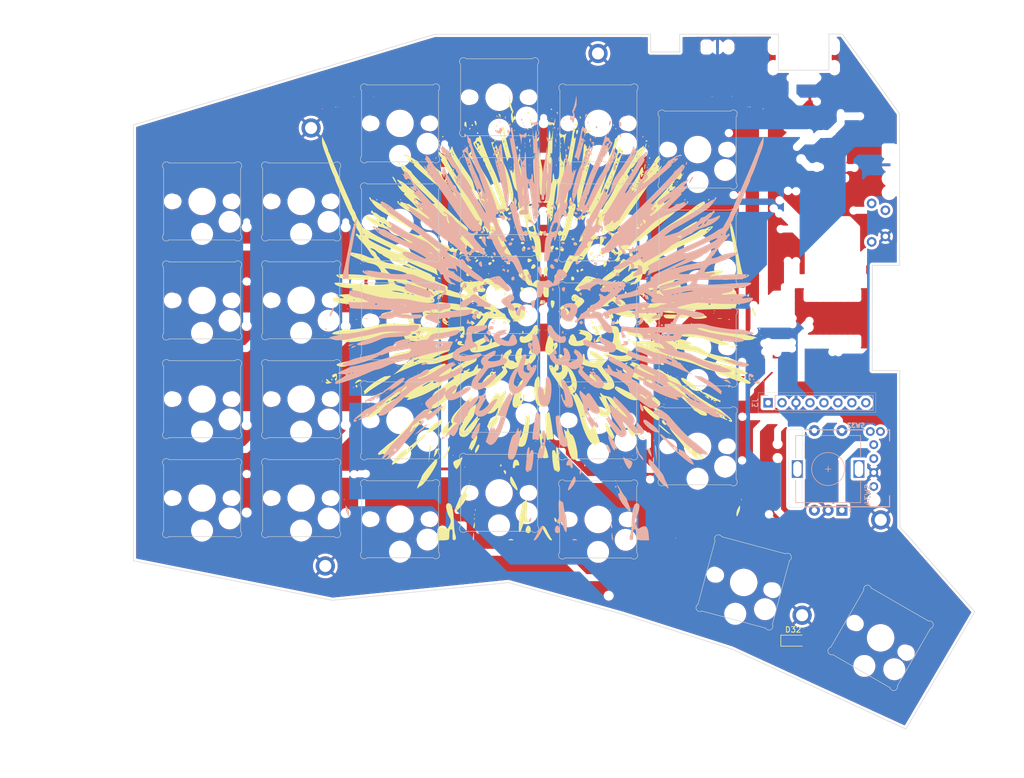
<source format=kicad_pcb>
(kicad_pcb (version 20211014) (generator pcbnew)
  (title_block (title "Hakea Wireless keyboard") (date "2022-01-09") (rev "1.0") (company "TKW"))
  (layers (0 "F.Cu" signal) (31 "B.Cu" signal) (34 "B.Paste" user) (35 "F.Paste" user) (36 "B.SilkS" user "B.Silkscreen") (37 "F.SilkS" user "F.Silkscreen") (38 "B.Mask" user) (39 "F.Mask" user) (44 "Edge.Cuts" user))
  (net 0 "")
  (net 1 "GND")
  (net 2 "ROT1A")
  (net 3 "ROT1B")
  (net 4 "ROW4")
  (net 5 "Net-(D29-Pad2)")
  (net 6 "Net-(D32-Pad2)")
  (net 7 "COL0")
  (net 8 "RST")
  (net 9 "BUSY")
  (net 10 "RESET")
  (net 11 "CS")
  (net 12 "SCLK")
  (net 13 "MOSI")
  (net 14 "DC")
  (net 15 "PWR")
  (footprint "reversible-kicad-footprints:MX-1U-PlateCutout" (layer "F.Cu") (at 119.218074 52.2986)
    (fp_text reference "SW6")
    (fp_text value "SW_Push")
    (fp_line (start 6 7) (end -6 7) (layer "Edge.Cuts") (width 0.1))
    (fp_line (start -6 -7) (end 6 -7) (layer "Edge.Cuts") (width 0.1))
    (fp_line (start 7 -6) (end 7 6) (layer "Edge.Cuts") (width 0.1))
    (fp_line (start -7 6) (end -7 -6) (layer "Edge.Cuts") (width 0.1))
    (fp_arc (start -6 7) (mid -7 7) (end -7 6) (layer "Edge.Cuts") (width 0.1))
    (fp_arc (start 6 -7) (mid 7 -7) (end 7 -6) (layer "Edge.Cuts") (width 0.1))
    (fp_arc (start 7 6) (mid 7 7) (end 6 7) (layer "Edge.Cuts") (width 0.1))
    (fp_arc (start -7 -6) (mid -7 -7) (end -6 -7) (layer "Edge.Cuts") (width 0.1))
  )
  (footprint "reversible-kicad-footprints:MX-1U-PlateCutout" (layer "F.Cu") (at 173.218474 74.1152)
    (fp_text reference "SW15")
    (fp_text value "SW_Push")
    (fp_line (start -6 -7) (end 6 -7) (layer "Edge.Cuts") (width 0.1))
    (fp_line (start -7 6) (end -7 -6) (layer "Edge.Cuts") (width 0.1))
    (fp_line (start 7 -6) (end 7 6) (layer "Edge.Cuts") (width 0.1))
    (fp_line (start 6 7) (end -6 7) (layer "Edge.Cuts") (width 0.1))
    (fp_arc (start -6 7) (mid -7 7) (end -7 6) (layer "Edge.Cuts") (width 0.1))
    (fp_arc (start -7 -6) (mid -7 -7) (end -6 -7) (layer "Edge.Cuts") (width 0.1))
    (fp_arc (start 6 -7) (mid 7 -7) (end 7 -6) (layer "Edge.Cuts") (width 0.1))
    (fp_arc (start 7 6) (mid 7 7) (end 6 7) (layer "Edge.Cuts") (width 0.1))
  )
  (footprint "reversible-kicad-footprints:MX-1U-PlateCutout" (layer "F.Cu") (at 101.209474 52.2986)
    (fp_text reference "SW7")
    (fp_text value "SW_Push")
    (fp_line (start 6 7) (end -6 7) (layer "Edge.Cuts") (width 0.1))
    (fp_line (start -6 -7) (end 6 -7) (layer "Edge.Cuts") (width 0.1))
    (fp_line (start 7 -6) (end 7 6) (layer "Edge.Cuts") (width 0.1))
    (fp_line (start -7 6) (end -7 -6) (layer "Edge.Cuts") (width 0.1))
    (fp_arc (start -7 -6) (mid -7 -7) (end -6 -7) (layer "Edge.Cuts") (width 0.1))
    (fp_arc (start 6 -7) (mid 7 -7) (end 7 -6) (layer "Edge.Cuts") (width 0.1))
    (fp_arc (start -6 7) (mid -7 7) (end -7 6) (layer "Edge.Cuts") (width 0.1))
    (fp_arc (start 7 6) (mid 7 7) (end 6 7) (layer "Edge.Cuts") (width 0.1))
  )
  (footprint "Library:tkw-small" (layer "F.Cu") (at 214.391874 119.6594)
    (fp_text reference "G***" hide)
    (fp_text value "LOGO" hide)
  )
  (footprint "reversible-kicad-footprints:MX-1U-PlateCutout" (layer "F.Cu") (at 173.218474 110.1578)
    (fp_text reference "SW27")
    (fp_text value "SW_Push")
    (fp_line (start 7 -6) (end 7 6) (layer "Edge.Cuts") (width 0.1))
    (fp_line (start -6 -7) (end 6 -7) (layer "Edge.Cuts") (width 0.1))
    (fp_line (start -7 6) (end -7 -6) (layer "Edge.Cuts") (width 0.1))
    (fp_line (start 6 7) (end -6 7) (layer "Edge.Cuts") (width 0.1))
    (fp_arc (start 7 6) (mid 7 7) (end 6 7) (layer "Edge.Cuts") (width 0.1))
    (fp_arc (start 6 -7) (mid 7 -7) (end 7 -6) (layer "Edge.Cuts") (width 0.1))
    (fp_arc (start -7 -6) (mid -7 -7) (end -6 -7) (layer "Edge.Cuts") (width 0.1))
    (fp_arc (start -6 7) (mid -7 7) (end -7 6) (layer "Edge.Cuts") (width 0.1))
  )
  (footprint "reversible-kicad-footprints:MX-1U-PlateCutout" (layer "F.Cu") (at 191.303274 78.867)
    (fp_text reference "SW14")
    (fp_text value "SW_Push")
    (fp_line (start -7 6) (end -7 -6) (layer "Edge.Cuts") (width 0.1))
    (fp_line (start 7 -6) (end 7 6) (layer "Edge.Cuts") (width 0.1))
    (fp_line (start 6 7) (end -6 7) (layer "Edge.Cuts") (width 0.1))
    (fp_line (start -6 -7) (end 6 -7) (layer "Edge.Cuts") (width 0.1))
    (fp_arc (start -7 -6) (mid -7 -7) (end -6 -7) (layer "Edge.Cuts") (width 0.1))
    (fp_arc (start -6 7) (mid -7 7) (end -7 6) (layer "Edge.Cuts") (width 0.1))
    (fp_arc (start 6 -7) (mid 7 -7) (end 7 -6) (layer "Edge.Cuts") (width 0.1))
    (fp_arc (start 7 6) (mid 7 7) (end 6 7) (layer "Edge.Cuts") (width 0.1))
  )
  (footprint "reversible-kicad-footprints:MX-1U-PlateCutout" (layer "F.Cu") (at 155.209874 51.3334)
    (fp_text reference "SW10")
    (fp_text value "SW_Push")
    (fp_line (start -6 -7) (end 6 -7) (layer "Edge.Cuts") (width 0.1))
    (fp_line (start -7 6) (end -7 -6) (layer "Edge.Cuts") (width 0.1))
    (fp_line (start 7 -6) (end 7 6) (layer "Edge.Cuts") (width 0.1))
    (fp_line (start 6 7) (end -6 7) (layer "Edge.Cuts") (width 0.1))
    (fp_arc (start -6 7) (mid -7 7) (end -7 6) (layer "Edge.Cuts") (width 0.1))
    (fp_arc (start -7 -6) (mid -7 -7) (end -6 -7) (layer "Edge.Cuts") (width 0.1))
    (fp_arc (start 6 -7) (mid 7 -7) (end 7 -6) (layer "Edge.Cuts") (width 0.1))
    (fp_arc (start 7 6) (mid 7 7) (end 6 7) (layer "Edge.Cuts") (width 0.1))
  )
  (footprint "reversible-kicad-footprints:MX-1U-PlateCutout" (layer "F.Cu") (at 137.202274 92.1248)
    (fp_text reference "SW23")
    (fp_text value "SW_Push")
    (fp_line (start -7 6) (end -7 -6) (layer "Edge.Cuts") (width 0.1))
    (fp_line (start 7 -6) (end 7 6) (layer "Edge.Cuts") (width 0.1))
    (fp_line (start 6 7) (end -6 7) (layer "Edge.Cuts") (width 0.1))
    (fp_line (start -6 -7) (end 6 -7) (layer "Edge.Cuts") (width 0.1))
    (fp_arc (start 7 6) (mid 7 7) (end 6 7) (layer "Edge.Cuts") (width 0.1))
    (fp_arc (start -7 -6) (mid -7 -7) (end -6 -7) (layer "Edge.Cuts") (width 0.1))
    (fp_arc (start 6 -7) (mid 7 -7) (end 7 -6) (layer "Edge.Cuts") (width 0.1))
    (fp_arc (start -6 7) (mid -7 7) (end -7 6) (layer "Edge.Cuts") (width 0.1))
  )
  (footprint "Diode_SMD:D_SOD-123" (layer "F.Cu") (at 208.676874 132.207)
    (fp_text reference "D32" (at 0 -2) (layer "F.SilkS"))
    (fp_text value "D_Small")
    (pad "1" smd rect (at -1.65 0) (size 0.9 1.2) (layers "F.Cu" "F.Paste" "F.Mask") (net 4 "ROW4"))
    (pad "2" smd rect (at 1.65 0) (size 0.9 1.2) (layers "F.Cu" "F.Paste" "F.Mask") (net 6 "Net-(D32-Pad2)"))
  )
  (footprint "reversible-kicad-footprints:MX-1U-PlateCutout" (layer "F.Cu") (at 137.202274 74.1162)
    (fp_text reference "SW17")
    (fp_text value "SW_Push")
    (fp_line (start 6 7) (end -6 7) (layer "Edge.Cuts") (width 0.1))
    (fp_line (start 7 -6) (end 7 6) (layer "Edge.Cuts") (width 0.1))
    (fp_line (start -7 6) (end -7 -6) (layer "Edge.Cuts") (width 0.1))
    (fp_line (start -6 -7) (end 6 -7) (layer "Edge.Cuts") (width 0.1))
    (fp_arc (start 6 -7) (mid 7 -7) (end 7 -6) (layer "Edge.Cuts") (width 0.1))
    (fp_arc (start -7 -6) (mid -7 -7) (end -6 -7) (layer "Edge.Cuts") (width 0.1))
    (fp_arc (start 7 6) (mid 7 7) (end 6 7) (layer "Edge.Cuts") (width 0.1))
    (fp_arc (start -6 7) (mid -7 7) (end -7 6) (layer "Edge.Cuts") (width 0.1))
  )
  (footprint "reversible-kicad-footprints:MX-1U-PlateCutout" (layer "F.Cu") (at 191.303274 96.8502)
    (fp_text reference "SW20")
    (fp_text value "SW_Push")
    (fp_line (start 6 7) (end -6 7) (layer "Edge.Cuts") (width 0.1))
    (fp_line (start -7 6) (end -7 -6) (layer "Edge.Cuts") (width 0.1))
    (fp_line (start 7 -6) (end 7 6) (layer "Edge.Cuts") (width 0.1))
    (fp_line (start -6 -7) (end 6 -7) (layer "Edge.Cuts") (width 0.1))
    (fp_arc (start 7 6) (mid 7 7) (end 6 7) (layer "Edge.Cuts") (width 0.1))
    (fp_arc (start 6 -7) (mid 7 -7) (end 7 -6) (layer "Edge.Cuts") (width 0.1))
    (fp_arc (start -7 -6) (mid -7 -7) (end -6 -7) (layer "Edge.Cuts") (width 0.1))
    (fp_arc (start -6 7) (mid -7 7) (end -7 6) (layer "Edge.Cuts") (width 0.1))
  )
  (footprint "Library:hakea" (layer "F.Cu") (at 163.115672 73.522645)
    (fp_text reference "G***" hide)
    (fp_text value "LOGO" hide)
  )
  (footprint "reversible-kicad-footprints:MX-1U-PlateCutout" (layer "F.Cu") (at 137.201274 38.1)
    (fp_text reference "SW5")
    (fp_text value "SW_Push")
    (fp_line (start 6 7) (end -6 7) (layer "Edge.Cuts") (width 0.1))
    (fp_line (start -6 -7) (end 6 -7) (layer "Edge.Cuts") (width 0.1))
    (fp_line (start -7 6) (end -7 -6) (layer "Edge.Cuts") (width 0.1))
    (fp_line (start 7 -6) (end 7 6) (layer "Edge.Cuts") (width 0.1))
    (fp_arc (start -7 -6) (mid -7 -7) (end -6 -7) (layer "Edge.Cuts") (width 0.1))
    (fp_arc (start 6 -7) (mid 7 -7) (end 7 -6) (layer "Edge.Cuts") (width 0.1))
    (fp_arc (start -6 7) (mid -7 7) (end -7 6) (layer "Edge.Cuts") (width 0.1))
    (fp_arc (start 7 6) (mid 7 7) (end 6 7) (layer "Edge.Cuts") (width 0.1))
  )
  (footprint "reversible-kicad-footprints:MX-1U-PlateCutout" (layer "F.Cu") (at 101.209474 70.3072)
    (fp_text reference "SW13")
    (fp_text value "SW_Push")
    (fp_line (start 7 -6) (end 7 6) (layer "Edge.Cuts") (width 0.1))
    (fp_line (start -6 -7) (end 6 -7) (layer "Edge.Cuts") (width 0.1))
    (fp_line (start -7 6) (end -7 -6) (layer "Edge.Cuts") (width 0.1))
    (fp_line (start 6 7) (end -6 7) (layer "Edge.Cuts") (width 0.1))
    (fp_arc (start -6 7) (mid -7 7) (end -7 6) (layer "Edge.Cuts") (width 0.1))
    (fp_arc (start 7 6) (mid 7 7) (end 6 7) (layer "Edge.Cuts") (width 0.1))
    (fp_arc (start 6 -7) (mid 7 -7) (end 7 -6) (layer "Edge.Cuts") (width 0.1))
    (fp_arc (start -7 -6) (mid -7 -7) (end -6 -7) (layer "Edge.Cuts") (width 0.1))
  )
  (footprint "reversible-kicad-footprints:MX-1U-PlateCutout" (layer "F.Cu") (at 155.209874 87.2998)
    (fp_text reference "SW22")
    (fp_text value "SW_Push")
    (fp_line (start 7 -6) (end 7 6) (layer "Edge.Cuts") (width 0.1))
    (fp_line (start 6 7) (end -6 7) (layer "Edge.Cuts") (width 0.1))
    (fp_line (start -7 6) (end -7 -6) (layer "Edge.Cuts") (width 0.1))
    (fp_line (start -6 -7) (end 6 -7) (layer "Edge.Cuts") (width 0.1))
    (fp_arc (start -6 7) (mid -7 7) (end -7 6) (layer "Edge.Cuts") (width 0.1))
    (fp_arc (start -7 -6) (mid -7 -7) (end -6 -7) (layer "Edge.Cuts") (width 0.1))
    (fp_arc (start 7 6) (mid 7 7) (end 6 7) (layer "Edge.Cuts") (width 0.1))
    (fp_arc (start 6 -7) (mid 7 -7) (end 7 -6) (layer "Edge.Cuts") (width 0.1))
  )
  (footprint "reversible-kicad-footprints:MX-1U-PlateCutout" (layer "F.Cu") (at 101.209474 106.2736)
    (fp_text reference "SW25")
    (fp_text value "SW_Push")
    (fp_line (start 6 7) (end -6 7) (layer "Edge.Cuts") (width 0.1))
    (fp_line (start -7 6) (end -7 -6) (layer "Edge.Cuts") (width 0.1))
    (fp_line (start -6 -7) (end 6 -7) (layer "Edge.Cuts") (width 0.1))
    (fp_line (start 7 -6) (end 7 6) (layer "Edge.Cuts") (width 0.1))
    (fp_arc (start -6 7) (mid -7 7) (end -7 6) (layer "Edge.Cuts") (width 0.1))
    (fp_arc (start -7 -6) (mid -7 -7) (end -6 -7) (layer "Edge.Cuts") (width 0.1))
    (fp_arc (start 6 -7) (mid 7 -7) (end 7 -6) (layer "Edge.Cuts") (width 0.1))
    (fp_arc (start 7 6) (mid 7 7) (end 6 7) (layer "Edge.Cuts") (width 0.1))
  )
  (footprint "reversible-kicad-footprints:MX-1U-PlateCutout" (layer "F.Cu") (at 119.218074 106.2736)
    (fp_text reference "SW24")
    (fp_text value "SW_Push")
    (fp_line (start 7 -6) (end 7 6) (layer "Edge.Cuts") (width 0.1))
    (fp_line (start 6 7) (end -6 7) (layer "Edge.Cuts") (width 0.1))
    (fp_line (start -6 -7) (end 6 -7) (layer "Edge.Cuts") (width 0.1))
    (fp_line (start -7 6) (end -7 -6) (layer "Edge.Cuts") (width 0.1))
    (fp_arc (start -7 -6) (mid -7 -7) (end -6 -7) (layer "Edge.Cuts") (width 0.1))
    (fp_arc (start 7 6) (mid 7 7) (end 6 7) (layer "Edge.Cuts") (width 0.1))
    (fp_arc (start -6 7) (mid -7 7) (end -7 6) (layer "Edge.Cuts") (width 0.1))
    (fp_arc (start 6 -7) (mid 7 -7) (end 7 -6) (layer "Edge.Cuts") (width 0.1))
  )
  (footprint "reversible-kicad-footprints:MX-1U-PlateCutout" (layer "F.Cu") (at 155.209874 69.3293)
    (fp_text reference "SW16")
    (fp_text value "SW_Push")
    (fp_line (start 6 7) (end -6 7) (layer "Edge.Cuts") (width 0.1))
    (fp_line (start 7 -6) (end 7 6) (layer "Edge.Cuts") (width 0.1))
    (fp_line (start -6 -7) (end 6 -7) (layer "Edge.Cuts") (width 0.1))
    (fp_line (start -7 6) (end -7 -6) (layer "Edge.Cuts") (width 0.1))
    (fp_arc (start 7 6) (mid 7 7) (end 6 7) (layer "Edge.Cuts") (width 0.1))
    (fp_arc (start -7 -6) (mid -7 -7) (end -6 -7) (layer "Edge.Cuts") (width 0.1))
    (fp_arc (start -6 7) (mid -7 7) (end -7 6) (layer "Edge.Cuts") (width 0.1))
    (fp_arc (start 6 -7) (mid 7 -7) (end 7 -6) (layer "Edge.Cuts") (width 0.1))
  )
  (footprint "reversible-kicad-footprints:MX-1U-PlateCutout" (layer "F.Cu") (at 191.303274 60.8701)
    (fp_text reference "SW8")
    (fp_text value "SW_Push")
    (fp_line (start 7 -6) (end 7 6) (layer "Edge.Cuts") (width 0.1))
    (fp_line (start 6 7) (end -6 7) (layer "Edge.Cuts") (width 0.1))
    (fp_line (start -7 6) (end -7 -6) (layer "Edge.Cuts") (width 0.1))
    (fp_line (start -6 -7) (end 6 -7) (layer "Edge.Cuts") (width 0.1))
    (fp_arc (start -7 -6) (mid -7 -7) (end -6 -7) (layer "Edge.Cuts") (width 0.1))
    (fp_arc (start 7 6) (mid 7 7) (end 6 7) (layer "Edge.Cuts") (width 0.1))
    (fp_arc (start -6 7) (mid -7 7) (end -7 6) (layer "Edge.Cuts") (width 0.1))
    (fp_arc (start 6 -7) (mid 7 -7) (end 7 -6) (layer "Edge.Cuts") (width 0.1))
  )
  (footprint "reversible-kicad-footprints:MX-1U-PlateCutout" (layer "F.Cu") (at 191.303274 42.8625)
    (fp_text reference "SW2")
    (fp_text value "SW_Push")
    (fp_line (start 6 7) (end -6 7) (layer "Edge.Cuts") (width 0.1))
    (fp_line (start -7 6) (end -7 -6) (layer "Edge.Cuts") (width 0.1))
    (fp_line (start 7 -6) (end 7 6) (layer "Edge.Cuts") (width 0.1))
    (fp_line (start -6 -7) (end 6 -7) (layer "Edge.Cuts") (width 0.1))
    (fp_arc (start 7 6) (mid 7 7) (end 6 7) (layer "Edge.Cuts") (width 0.1))
    (fp_arc (start -6 7) (mid -7 7) (end -7 6) (layer "Edge.Cuts") (width 0.1))
    (fp_arc (start -7 -6) (mid -7 -7) (end -6 -7) (layer "Edge.Cuts") (width 0.1))
    (fp_arc (start 6 -7) (mid 7 -7) (end 7 -6) (layer "Edge.Cuts") (width 0.1))
  )
  (footprint "reversible-kicad-footprints:MX-1U-PlateCutout" (layer "F.Cu") (at 173.243874 56.1076)
    (fp_text reference "SW9")
    (fp_text value "SW_Push")
    (fp_line (start 6 7) (end -6 7) (layer "Edge.Cuts") (width 0.1))
    (fp_line (start -6 -7) (end 6 -7) (layer "Edge.Cuts") (width 0.1))
    (fp_line (start 7 -6) (end 7 6) (layer "Edge.Cuts") (width 0.1))
    (fp_line (start -7 6) (end -7 -6) (layer "Edge.Cuts") (width 0.1))
    (fp_arc (start 7 6) (mid 7 7) (end 6 7) (layer "Edge.Cuts") (width 0.1))
    (fp_arc (start 6 -7) (mid 7 -7) (end 7 -6) (layer "Edge.Cuts") (width 0.1))
    (fp_arc (start -6 7) (mid -7 7) (end -7 6) (layer "Edge.Cuts") (width 0.1))
    (fp_arc (start -7 -6) (mid -7 -7) (end -6 -7) (layer "Edge.Cuts") (width 0.1))
  )
  (footprint "reversible-kicad-footprints:MX-1U-PlateCutout" (layer "F.Cu") (at 173.269274 38.1)
    (fp_text reference "SW3")
    (fp_text value "SW_Push")
    (fp_line (start -7 6) (end -7 -6) (layer "Edge.Cuts") (width 0.1))
    (fp_line (start 7 -6) (end 7 6) (layer "Edge.Cuts") (width 0.1))
    (fp_line (start -6 -7) (end 6 -7) (layer "Edge.Cuts") (width 0.1))
    (fp_line (start 6 7) (end -6 7) (layer "Edge.Cuts") (width 0.1))
    (fp_arc (start 6 -7) (mid 7 -7) (end 7 -6) (layer "Edge.Cuts") (width 0.1))
    (fp_arc (start -7 -6) (mid -7 -7) (end -6 -7) (layer "Edge.Cuts") (width 0.1))
    (fp_arc (start -6 7) (mid -7 7) (end -7 6) (layer "Edge.Cuts") (width 0.1))
    (fp_arc (start 7 6) (mid 7 7) (end 6 7) (layer "Edge.Cuts") (width 0.1))
  )
  (footprint "reversible-kicad-footprints:MX-1U-PlateCutout" (layer "F.Cu") (at 155.209874 105.3211)
    (fp_text reference "SW30")
    (fp_text value "SW_Push")
    (fp_line (start -7 6) (end -7 -6) (layer "Edge.Cuts") (width 0.1))
    (fp_line (start -6 -7) (end 6 -7) (layer "Edge.Cuts") (width 0.1))
    (fp_line (start 6 7) (end -6 7) (layer "Edge.Cuts") (width 0.1))
    (fp_line (start 7 -6) (end 7 6) (layer "Edge.Cuts") (width 0.1))
    (fp_arc (start 6 -7) (mid 7 -7) (end 7 -6) (layer "Edge.Cuts") (width 0.1))
    (fp_arc (start -7 -6) (mid -7 -7) (end -6 -7) (layer "Edge.Cuts") (width 0.1))
    (fp_arc (start 7 6) (mid 7 7) (end 6 7) (layer "Edge.Cuts") (width 0.1))
    (fp_arc (start -6 7) (mid -7 7) (end -7 6) (layer "Edge.Cuts") (width 0.1))
  )
  (footprint "reversible-kicad-footprints:MX-1U-PlateCutout" (layer "F.Cu") (at 101.209474 88.265)
    (fp_text reference "SW19")
    (fp_text value "SW_Push")
    (fp_line (start -6 -7) (end 6 -7) (layer "Edge.Cuts") (width 0.1))
    (fp_line (start 6 7) (end -6 7) (layer "Edge.Cuts") (width 0.1))
    (fp_line (start 7 -6) (end 7 6) (layer "Edge.Cuts") (width 0.1))
    (fp_line (start -7 6) (end -7 -6) (layer "Edge.Cuts") (width 0.1))
    (fp_arc (start 6 -7) (mid 7 -7) (end 7 -6) (layer "Edge.Cuts") (width 0.1))
    (fp_arc (start -7 -6) (mid -7 -7) (end -6 -7) (layer "Edge.Cuts") (width 0.1))
    (fp_arc (start -6 7) (mid -7 7) (end -7 6) (layer "Edge.Cuts") (width 0.1))
    (fp_arc (start 7 6) (mid 7 7) (end 6 7) (layer "Edge.Cuts") (width 0.1))
  )
  (footprint "reversible-kicad-footprints:MX-1U-PlateCutout" (layer "F.Cu") (at 137.202274 56.1076)
    (fp_text reference "SW11")
    (fp_text value "SW_Push")
    (fp_line (start -7 6) (end -7 -6) (layer "Edge.Cuts") (width 0.1))
    (fp_line (start 6 7) (end -6 7) (layer "Edge.Cuts") (width 0.1))
    (fp_line (start -6 -7) (end 6 -7) (layer "Edge.Cuts") (width 0.1))
    (fp_line (start 7 -6) (end 7 6) (layer "Edge.Cuts") (width 0.1))
    (fp_arc (start -7 -6) (mid -7 -7) (end -6 -7) (layer "Edge.Cuts") (width 0.1))
    (fp_arc (start -6 7) (mid -7 7) (end -7 6) (layer "Edge.Cuts") (width 0.1))
    (fp_arc (start 6 -7) (mid 7 -7) (end 7 -6) (layer "Edge.Cuts") (width 0.1))
    (fp_arc (start 7 6) (mid 7 7) (end 6 7) (layer "Edge.Cuts") (width 0.1))
  )
  (footprint "reversible-kicad-footprints:MX-1U-PlateCutout" (layer "F.Cu") (at 137.202274 110.1154)
    (fp_text reference "SW29")
    (fp_text value "SW_Push")
    (fp_line (start -7 6) (end -7 -6) (layer "Edge.Cuts") (width 0.1))
    (fp_line (start 7 -6) (end 7 6) (layer "Edge.Cuts") (width 0.1))
    (fp_line (start -6 -7) (end 6 -7) (layer "Edge.Cuts") (width 0.1))
    (fp_line (start 6 7) (end -6 7) (layer "Edge.Cuts") (width 0.1))
    (fp_arc (start 7 6) (mid 7 7) (end 6 7) (layer "Edge.Cuts") (width 0.1))
    (fp_arc (start -7 -6) (mid -7 -7) (end -6 -7) (layer "Edge.Cuts") (width 0.1))
    (fp_arc (start -6 7) (mid -7 7) (end -7 6) (layer "Edge.Cuts") (width 0.1))
    (fp_arc (start 6 -7) (mid 7 -7) (end 7 -6) (layer "Edge.Cuts") (width 0.1))
  )
  (footprint "reversible-kicad-footprints:MX-1U-PlateCutout" (layer "F.Cu") (at 173.218474 92.1238)
    (fp_text reference "SW21")
    (fp_text value "SW_Push")
    (fp_line (start -6 -7) (end 6 -7) (layer "Edge.Cuts") (width 0.1))
    (fp_line (start -7 6) (end -7 -6) (layer "Edge.Cuts") (width 0.1))
    (fp_line (start 7 -6) (end 7 6) (layer "Edge.Cuts") (width 0.1))
    (fp_line (start 6 7) (end -6 7) (layer "Edge.Cuts") (width 0.1))
    (fp_arc (start 7 6) (mid 7 7) (end 6 7) (layer "Edge.Cuts") (width 0.1))
    (fp_arc (start -6 7) (mid -7 7) (end -7 6) (layer "Edge.Cuts") (width 0.1))
    (fp_arc (start -7 -6) (mid -7 -7) (end -6 -7) (layer "Edge.Cuts") (width 0.1))
    (fp_arc (start 6 -7) (mid 7 -7) (end 7 -6) (layer "Edge.Cuts") (width 0.1))
  )
  (footprint "reversible-kicad-footprints:MX-1U-PlateCutout" (layer "F.Cu") (at 155.209874 33.3375)
    (fp_text reference "SW4")
    (fp_text value "SW_Push")
    (fp_line (start 6 7) (end -6 7) (layer "Edge.Cuts") (width 0.1))
    (fp_line (start -6 -7) (end 6 -7) (layer "Edge.Cuts") (width 0.1))
    (fp_line (start 7 -6) (end 7 6) (layer "Edge.Cuts") (width 0.1))
    (fp_line (start -7 6) (end -7 -6) (layer "Edge.Cuts") (width 0.1))
    (fp_arc (start -7 -6) (mid -7 -7) (end -6 -7) (layer "Edge.Cuts") (width 0.1))
    (fp_arc (start 7 6) (mid 7 7) (end 6 7) (layer "Edge.Cuts") (width 0.1))
    (fp_arc (start -6 7) (mid -7 7) (end -7 6) (layer "Edge.Cuts") (width 0.1))
    (fp_arc (start 6 -7) (mid 7 -7) (end 7 -6) (layer "Edge.Cuts") (width 0.1))
  )
  (footprint "reversible-kicad-footprints:MX-1U-PlateCutout" (layer "F.Cu") (at 119.218074 70.2818)
    (fp_text reference "SW12")
    (fp_text value "SW_Push")
    (fp_line (start -7 6) (end -7 -6) (layer "Edge.Cuts") (width 0.1))
    (fp_line (start 6 7) (end -6 7) (layer "Edge.Cuts") (width 0.1))
    (fp_line (start -6 -7) (end 6 -7) (layer "Edge.Cuts") (width 0.1))
    (fp_line (start 7 -6) (end 7 6) (layer "Edge.Cuts") (width 0.1))
    (fp_arc (start -7 -6) (mid -7 -7) (end -6 -7) (layer "Edge.Cuts") (width 0.1))
    (fp_arc (start -6 7) (mid -7 7) (end -7 6) (layer "Edge.Cuts") (width 0.1))
    (fp_arc (start 6 -7) (mid 7 -7) (end 7 -6) (layer "Edge.Cuts") (width 0.1))
    (fp_arc (start 7 6) (mid 7 7) (end 6 7) (layer "Edge.Cuts") (width 0.1))
  )
  (footprint "reversible-kicad-footprints:MX-1U-PlateCutout" (layer "F.Cu") (at 119.218074 88.265)
    (fp_text reference "SW18")
    (fp_text value "SW_Push")
    (fp_line (start 7 -6) (end 7 6) (layer "Edge.Cuts") (width 0.1))
    (fp_line (start -7 6) (end -7 -6) (layer "Edge.Cuts") (width 0.1))
    (fp_line (start -6 -7) (end 6 -7) (layer "Edge.Cuts") (width 0.1))
    (fp_line (start 6 7) (end -6 7) (layer "Edge.Cuts") (width 0.1))
    (fp_arc (start 6 -7) (mid 7 -7) (end 7 -6) (layer "Edge.Cuts") (width 0.1))
    (fp_arc (start -6 7) (mid -7 7) (end -7 6) (layer "Edge.Cuts") (width 0.1))
    (fp_arc (start -7 -6) (mid -7 -7) (end -6 -7) (layer "Edge.Cuts") (width 0.1))
    (fp_arc (start 7 6) (mid 7 7) (end 6 7) (layer "Edge.Cuts") (width 0.1))
  )
  (footprint "reversible-kicad-footprints:MX-1U-PlateCutout" (layer "F.Cu") (at 199.685274 121.6152 -15)
    (fp_text reference "SW26")
    (fp_text value "SW_Push")
    (fp_line (start -6 -7) (end 6 -7) (layer "Edge.Cuts") (width 0.1))
    (fp_line (start -7 6) (end -7 -6) (layer "Edge.Cuts") (width 0.1))
    (fp_line (start 6 7) (end -6 7) (layer "Edge.Cuts") (width 0.1))
    (fp_line (start 7 -6) (end 7 6) (layer "Edge.Cuts") (width 0.1))
    (fp_arc (start 7 6) (mid 7 7) (end 6 7) (layer "Edge.Cuts") (width 0.1))
    (fp_arc (start 6 -7) (mid 7 -7) (end 7 -6) (layer "Edge.Cuts") (width 0.1))
    (fp_arc (start -7 -6) (mid -7 -7) (end -6 -7) (layer "Edge.Cuts") (width 0.1))
    (fp_arc (start -6 7) (mid -7 7) (end -7 6) (layer "Edge.Cuts") (width 0.1))
  )
  (footprint "reversible-kicad-footprints:MX-1U-PlateCutout" (layer "F.Cu") (at 224.577274 131.699 -30)
    (fp_text reference "SW28")
    (fp_text value "SW_Push")
    (fp_line (start -7 6) (end -7 -6) (layer "Edge.Cuts") (width 0.1))
    (fp_line (start 7 -6) (end 7 6) (layer "Edge.Cuts") (width 0.1))
    (fp_line (start 6 7) (end -6 7) (layer "Edge.Cuts") (width 0.1))
    (fp_line (start -6 -7) (end 6 -7) (layer "Edge.Cuts") (width 0.1))
    (fp_arc (start 6 -7) (mid 7 -7) (end 7 -6) (layer "Edge.Cuts") (width 0.1))
    (fp_arc (start -7 -6) (mid -7 -7) (end -6 -7) (layer "Edge.Cuts") (width 0.1))
    (fp_arc (start 7 6) (mid 7 7) (end 6 7) (layer "Edge.Cuts") (width 0.1))
    (fp_arc (start -6 7) (mid -7 7) (end -7 6) (layer "Edge.Cuts") (width 0.1))
  )
  (footprint "Library:tkw-small" (layer "B.Cu") (at 213.706074 119.0752 180)
    (fp_text reference "G***" hide)
    (fp_text value "LOGO" hide)
  )
  (footprint "Library:RotaryEncoder_Alps_EC11E-Switch_Vertical_H20mm" (layer "B.Cu") (at 217.537674 108.4834 90)
    (fp_text reference "SW34" (at 2.8 4.7 90) (layer "B.SilkS") (effects (justify mirror)))
    (fp_text value "Rotary_Encoder_Switch")
    (pad "A" thru_hole rect (at 0 0 90) (size 2 2) (drill 1) (layers *.Cu *.Mask) (net 2 "ROT1A"))
    (pad "B" thru_hole circle (at 0 -5 90) (size 2 2) (drill 1) (layers *.Cu *.Mask) (net 3 "ROT1B"))
    (pad "C" thru_hole circle (at 0 -2.5 90) (size 2 2) (drill 1) (layers *.Cu *.Mask) (net 1 "GND"))
    (pad "MP" thru_hole rect (at 7.5 3.1 90) (size 3.2 2) (drill oval 2.8 1.5) (layers *.Cu *.Mask))
    (pad "MP" thru_hole rect (at 7.5 -8.1 90) (size 3.2 2) (drill oval 2.8 1.5) (layers *.Cu *.Mask))
    (pad "S1" thru_hole circle (at 14.5 -5 90) (size 2 2) (drill 1) (layers *.Cu *.Mask) (net 5 "Net-(D29-Pad2)"))
    (pad "S2" thru_hole circle (at 14.5 0 90) (size 2 2) (drill 1) (layers *.Cu *.Mask) (net 7 "COL0"))
  )
  (footprint "Connector_PinHeader_2.54mm:PinHeader_1x08_P2.54mm_Vertical" (layer "B.Cu") (at 204.1144 88.9254 -90)
    (fp_text reference "J3" (at 0 2.33 90) (layer "B.SilkS") (effects (justify mirror)))
    (fp_text value "epaper-102")
    (pad "1" thru_hole rect (at 0 0 270) (size 1.7 1.7) (drill 1) (layers *.Cu *.Mask) (net 11 "CS"))
    (pad "2" thru_hole oval (at 0 -2.54 270) (size 1.7 1.7) (drill 1) (layers *.Cu *.Mask) (net 14 "DC"))
    (pad "3" thru_hole oval (at 0 -5.08 270) (size 1.7 1.7) (drill 1) (layers *.Cu *.Mask) (net 1 "GND"))
    (pad "4" thru_hole oval (at 0 -7.62 270) (size 1.7 1.7) (drill 1) (layers *.Cu *.Mask) (net 15 "PWR"))
    (pad "5" thru_hole oval (at 0 -10.16 270) (size 1.7 1.7) (drill 1) (layers *.Cu *.Mask) (net 12 "SCLK"))
    (pad "6" thru_hole oval (at 0 -12.7 270) (size 1.7 1.7) (drill 1) (layers *.Cu *.Mask) (net 13 "MOSI"))
    (pad "7" thru_hole oval (at 0 -15.24 270) (size 1.7 1.7) (drill 1) (layers *.Cu *.Mask) (net 8 "RST"))
    (pad "8" thru_hole oval (at 0 -17.78 270) (size 1.7 1.7) (drill 1) (layers *.Cu *.Mask) (net 9 "BUSY"))
  )
  (footprint "Library:TC-1101V" (layer "B.Cu") (at 224.196274 56.1594 -90)
    (fp_text reference "SW1" hide)
    (fp_text value "SW_SPST")
    (pad "1" thru_hole circle (at -2.25 -1.25 270) (size 1.75 1.75) (drill 1) (layers *.Cu *.Mask) (net 10 "RESET"))
    (pad "2" thru_hole circle (at 2.5 -1.25 270) (size 1.75 1.75) (drill 1) (layers *.Cu *.Mask) (net 1 "GND"))
    (pad "3" thru_hole circle (at -3.5 1.25 270) (size 1.75 1.75) (drill 1) (layers *.Cu *.Mask))
    (pad "3" thru_hole circle (at 3.5 1.25 270) (size 1.75 1.75) (drill 1) (layers *.Cu *.Mask))
  )
  (footprint "Library:RollerEncoder_Panasonic_EVQWGD001" (layer "B.Cu") (at 217.7034 100.3554 180)
    (fp_text reference "SW32")
    (fp_text value "Rotary_Encoder_Switch")
    (fp_text user "${REFERENCE}" (at -2.4 7.3) (layer "B.SilkS") (effects (font (size 0.8 0.8) (thickness 0.2)) (justify mirror)))
    (fp_line (start 9.5 6.6) (end 7.7 6.6) (layer "Edge.Cuts") (width 0.05))
    (fp_line (start 9.8 -7.3) (end 9.8 6.3) (layer "Edge.Cuts") (width 0.05))
    (fp_line (start 7.4 6.3) (end 7.4 -7.3) (layer "Edge.Cuts") (width 0.05))
    (fp_line (start 7.7 -7.6) (end 9.5 -7.6) (layer "Edge.Cuts") (width 0.05))
    (fp_arc (start 7.4 -7.3) (mid 7.487868 -7.512132) (end 7.7 -7.6) (layer "Edge.Cuts") (width 0.05))
    (fp_arc (start 7.7 6.6) (mid 7.487868 6.512132) (end 7.4 6.3) (layer "Edge.Cuts") (width 0.05))
    (fp_arc (start 9.5 -7.6) (mid 9.712132 -7.512132) (end 9.8 -7.3) (layer "Edge.Cuts") (width 0.05))
    (fp_arc (start 9.8 6.3) (mid 9.712132 6.512132) (end 9.5 6.6) (layer "Edge.Cuts") (width 0.05))
    (pad "" np_thru_hole circle (at -5.625 -6.3) (size 1.5 1.5) (drill 1.5) (layers *.Cu *.Mask))
    (pad "A" thru_hole circle (at -5.625 3.81) (size 1.6 1.6) (drill 0.9) (layers *.Cu *.Mask) (net 2 "ROT1A"))
    (pad "B" thru_hole circle (at -5.625 1.27) (size 1.6 1.6) (drill 0.9) (layers *.Cu *.Mask) (net 3 "ROT1B"))
    (pad "C" thru_hole circle (at -5.625 -1.27) (size 1.6 1.6) (drill 0.9) (layers *.Cu *.Mask) (net 1 "GND"))
    (pad "D" thru_hole circle (at -5.625 -3.81) (size 1.6 1.6) (drill 0.9) (layers *.Cu *.Mask))
    (pad "S1" thru_hole circle (at -6.85 6.2) (size 1.6 1.6) (drill 0.9) (layers *.Cu *.Mask) (net 5 "Net-(D29-Pad2)"))
    (pad "S2" thru_hole circle (at -5 6.2) (size 1.6 1.6) (drill 0.9) (layers *.Cu *.Mask) (net 7 "COL0"))
  )
  (footprint "Library:MountingHole_2.2mm_M2_ISO7380_Pad" (layer "B.Cu") (at 210.302474 127.5842 180)
    (fp_text reference "H3" hide)
    (fp_text value "MountingHole" hide)
    (pad "1" thru_hole circle (at 0 0 180) (size 3.5 3.5) (drill 2.2) (layers *.Cu *.Mask) (net 1 "GND"))
  )
  (footprint "Library:hakea" (layer "B.Cu") (at 163.198128 73.522645 180)
    (fp_text reference "G***" hide)
    (fp_text value "LOGO" hide)
  )
  (footprint "Library:MountingHole_2.2mm_M2_ISO7380_Pad" (layer "B.Cu") (at 121.021474 38.9382 180)
    (fp_text reference "H5" hide)
    (fp_text value "MountingHole")
    (pad "1" thru_hole circle (at 0 0 180) (size 3.5 3.5) (drill 2.2) (layers *.Cu *.Mask) (net 1 "GND"))
  )
  (footprint "Library:MountingHole_2.2mm_M2_ISO7380_Pad" (layer "B.Cu") (at 123.612274 118.618 180)
    (fp_text reference "H4" hide)
    (fp_text value "MountingHole" hide)
    (pad "1" thru_hole circle (at 0 0 180) (size 3.5 3.5) (drill 2.2) (layers *.Cu *.Mask) (net 1 "GND"))
  )
  (footprint "Library:MountingHole_2.2mm_M2_ISO7380_Pad" (layer "B.Cu") (at 173.193074 25.3746 180)
    (fp_text reference "H6" hide)
    (fp_text value "MountingHole")
    (pad "1" thru_hole circle (at 0 0 180) (size 3.5 3.5) (drill 2.2) (layers *.Cu *.Mask) (net 1 "GND"))
  )
  (footprint "Library:MountingHole_2.2mm_M2_ISO7380_Pad" (layer "B.Cu") (at 224.602674 110.236 180)
    (fp_text reference "H2" hide)
    (fp_text value "MountingHole")
    (pad "1" thru_hole circle (at 0 0 180) (size 3.5 3.5) (drill 2.2) (layers *.Cu *.Mask) (net 1 "GND"))
  )
  (gr_line (start 143.4846 21.8948) (end 88.7222 38.3794) (layer "Edge.Cuts") (width 0.1))
  (gr_line (start 156.886274 121.6406) (end 177.507025 127.363761) (layer "Edge.Cuts") (width 0.1))
  (gr_line (start 228.033946 63.932052) (end 228.006274 36.322) (layer "Edge.Cuts") (width 0.1))
  (gr_line (start 223.0805 63.932391) (end 228.033946 63.932052) (layer "Edge.Cuts") (width 0.1))
  (gr_line (start 228.057919 83.058665) (end 223.055105 83.059006) (layer "Edge.Cuts") (width 0.1))
  (gr_line (start 228.006274 36.322) (end 217.592274 21.844) (layer "Edge.Cuts") (width 0.1))
  (gr_line (start 182.768874 21.8948) (end 143.4846 21.8948) (layer "Edge.Cuts") (width 0.1))
  (gr_line (start 215.179274 28.4226) (end 206.009874 28.4226) (layer "Edge.Cuts") (width 0.1))
  (gr_line (start 206.0194 21.8694) (end 188.052074 21.8694) (layer "Edge.Cuts") (width 0.1))
  (gr_line (start 177.507025 127.363761) (end 197.489245 133.728871) (layer "Edge.Cuts") (width 0.1))
  (gr_line (start 223.6978 87.0966) (end 223.6978 90.7034) (layer "Edge.Cuts") (width 0.05))
  (gr_line (start 124.933169 124.874258) (end 156.886274 121.6406) (layer "Edge.Cuts") (width 0.1))
  (gr_line (start 215.179274 21.844) (end 215.179274 28.4226) (layer "Edge.Cuts") (width 0.1))
  (gr_line (start 197.489245 133.728871) (end 229.174674 148.2852) (layer "Edge.Cuts") (width 0.1))
  (gr_line (start 202.311 90.7034) (end 202.311 87.0966) (layer "Edge.Cuts") (width 0.05))
  (gr_line (start 202.311 87.0966) (end 223.6978 87.0966) (layer "Edge.Cuts") (width 0.05))
  (gr_line (start 228.082474 111.506) (end 228.057919 83.058665) (layer "Edge.Cuts") (width 0.1))
  (gr_line (start 188.052074 21.8694) (end 188.052074 25.0952) (layer "Edge.Cuts") (width 0.1))
  (gr_line (start 188.052074 25.0952) (end 182.768874 25.0952) (layer "Edge.Cuts") (width 0.1))
  (gr_line (start 182.768874 25.0952) (end 182.768874 21.8948) (layer "Edge.Cuts") (width 0.1))
  (gr_line (start 206.009874 28.4226) (end 206.0194 21.8694) (layer "Edge.Cuts") (width 0.1))
  (gr_line (start 229.174674 148.2852) (end 241.702677 126.962077) (layer "Edge.Cuts") (width 0.1))
  (gr_line (start 217.592274 21.844) (end 215.179274 21.844) (layer "Edge.Cuts") (width 0.1))
  (gr_line (start 88.7222 117.6782) (end 124.933169 124.874258) (layer "Edge.Cuts") (width 0.1))
  (gr_line (start 223.055105 83.059006) (end 223.0805 63.932391) (layer "Edge.Cuts") (width 0.1))
  (gr_line (start 88.7222 38.3794) (end 88.7222 117.6782) (layer "Edge.Cuts") (width 0.1))
  (gr_line (start 223.6978 90.7034) (end 202.311 90.7034) (layer "Edge.Cuts") (width 0.05))
  (gr_line (start 241.702677 126.962077) (end 228.082474 111.506) (layer "Edge.Cuts") (width 0.1))
  (zone (net 1) (net_name "GND") (layers F&B.Cu) (name "GND") (connect_pads (clearance 0.508)) (min_thickness 0.254) (fill yes (thermal_gap 0.508) (thermal_bridge_width 0.508))
    (polygon (pts (xy 64.4652 119.028815) (xy 226.914074 157.1752) (xy 234.432474 147.9296) (xy 250.663074 131.8768) (xy 227.752274 25.908) (xy 226.482274 17.272) (xy 64.9732 15.650815)))
  )
  (zone (net 0) (net_name "") (layers F&B.Cu) (name "Antenna") (connect_pads (clearance 0)) (min_thickness 0.254)
    (keepout (tracks not_allowed) (vias not_allowed) (pads not_allowed) (copperpour not_allowed) (footprints allowed))
    (fill (thermal_gap 0.508) (thermal_bridge_width 0.508))
    (polygon (pts (xy 223.002474 83.058) (xy 228.082474 83.058) (xy 228.082474 63.9826) (xy 223.002474 63.9826)))
  )
)
</source>
